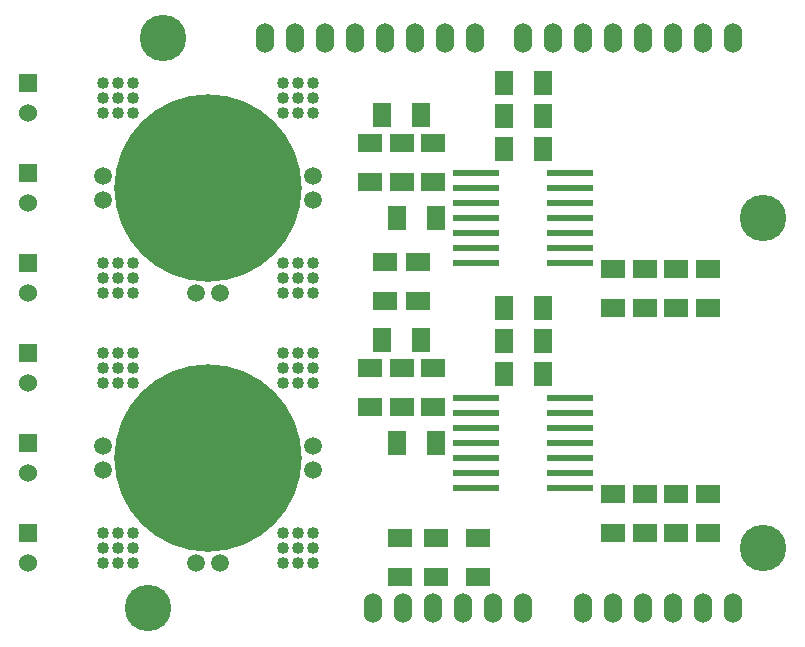
<source format=gts>
G04 (created by PCBNEW (2013-07-07 BZR 4022)-stable) date 11/8/2017 12:14:33 PM*
%MOIN*%
G04 Gerber Fmt 3.4, Leading zero omitted, Abs format*
%FSLAX34Y34*%
G01*
G70*
G90*
G04 APERTURE LIST*
%ADD10C,0.00590551*%
%ADD11C,0.625*%
%ADD12C,0.04*%
%ADD13C,0.0590551*%
%ADD14R,0.15748X0.019685*%
%ADD15R,0.06X0.08*%
%ADD16R,0.08X0.06*%
%ADD17R,0.06X0.06*%
%ADD18C,0.06*%
%ADD19O,0.06X0.1*%
%ADD20C,0.155*%
G04 APERTURE END LIST*
G54D10*
G54D11*
X85000Y-60500D03*
G54D12*
X82000Y-57500D03*
X82000Y-63500D03*
X81500Y-58000D03*
X82500Y-58000D03*
X82500Y-57000D03*
X81500Y-57000D03*
X82000Y-58000D03*
X81500Y-57500D03*
X82000Y-57000D03*
X82500Y-57500D03*
X81500Y-63000D03*
X82000Y-63000D03*
X82500Y-63000D03*
X82500Y-63500D03*
X82500Y-64000D03*
X82000Y-64000D03*
X81500Y-64000D03*
X81500Y-63500D03*
X87500Y-63000D03*
X88000Y-63000D03*
X88500Y-63000D03*
X88500Y-63500D03*
X88000Y-63500D03*
X87500Y-63500D03*
X87500Y-64000D03*
X88000Y-64000D03*
X88500Y-64000D03*
X87500Y-58000D03*
X87500Y-57500D03*
X87500Y-57000D03*
X88000Y-57000D03*
X88000Y-57500D03*
X88000Y-58000D03*
X88500Y-58000D03*
X88500Y-57500D03*
X88500Y-57000D03*
G54D13*
X84605Y-64000D03*
X85395Y-64000D03*
X81500Y-60105D03*
X81500Y-60895D03*
X88500Y-60895D03*
X88500Y-60105D03*
G54D14*
X93925Y-67500D03*
X93925Y-68000D03*
X93925Y-68500D03*
X93925Y-69000D03*
X93925Y-69500D03*
X93925Y-70000D03*
X93925Y-70500D03*
X97074Y-70500D03*
X97074Y-70000D03*
X97074Y-69500D03*
X97074Y-69000D03*
X97074Y-68500D03*
X97074Y-68000D03*
X97074Y-67500D03*
G54D15*
X94850Y-58100D03*
X96150Y-58100D03*
X92600Y-61500D03*
X91300Y-61500D03*
G54D16*
X90400Y-59000D03*
X90400Y-60300D03*
X92500Y-60300D03*
X92500Y-59000D03*
X91450Y-60300D03*
X91450Y-59000D03*
G54D15*
X92100Y-58050D03*
X90800Y-58050D03*
X94850Y-59200D03*
X96150Y-59200D03*
G54D16*
X101650Y-70700D03*
X101650Y-72000D03*
G54D15*
X94850Y-57000D03*
X96150Y-57000D03*
G54D16*
X98500Y-64500D03*
X98500Y-63200D03*
X99550Y-63200D03*
X99550Y-64500D03*
X100600Y-64500D03*
X100600Y-63200D03*
X101650Y-63200D03*
X101650Y-64500D03*
G54D15*
X94850Y-64500D03*
X96150Y-64500D03*
X92600Y-69000D03*
X91300Y-69000D03*
G54D16*
X91400Y-72150D03*
X91400Y-73450D03*
X94000Y-72150D03*
X94000Y-73450D03*
X92600Y-73450D03*
X92600Y-72150D03*
X90400Y-66500D03*
X90400Y-67800D03*
X92500Y-67800D03*
X92500Y-66500D03*
X91450Y-67800D03*
X91450Y-66500D03*
G54D15*
X92100Y-65550D03*
X90800Y-65550D03*
X94850Y-65600D03*
X96150Y-65600D03*
X94850Y-66700D03*
X96150Y-66700D03*
G54D16*
X98500Y-72000D03*
X98500Y-70700D03*
X99550Y-70700D03*
X99550Y-72000D03*
X100600Y-72000D03*
X100600Y-70700D03*
G54D17*
X79000Y-66000D03*
G54D18*
X79000Y-67000D03*
G54D17*
X79000Y-57000D03*
G54D18*
X79000Y-58000D03*
G54D17*
X79000Y-60000D03*
G54D18*
X79000Y-61000D03*
G54D17*
X79000Y-63000D03*
G54D18*
X79000Y-64000D03*
G54D17*
X79000Y-69000D03*
G54D18*
X79000Y-70000D03*
G54D17*
X79000Y-72000D03*
G54D18*
X79000Y-73000D03*
G54D19*
X102500Y-74500D03*
X101500Y-74500D03*
X100500Y-74500D03*
X97500Y-74500D03*
X98500Y-74500D03*
X99500Y-74500D03*
X95500Y-74500D03*
X94500Y-74500D03*
X93500Y-74500D03*
X91500Y-74500D03*
X90500Y-74500D03*
X102500Y-55500D03*
X101500Y-55500D03*
X100500Y-55500D03*
X99500Y-55500D03*
X98500Y-55500D03*
X97500Y-55500D03*
X96500Y-55500D03*
X95500Y-55500D03*
X93900Y-55500D03*
X92900Y-55500D03*
X91900Y-55500D03*
X90900Y-55500D03*
X89900Y-55500D03*
X88900Y-55500D03*
X87900Y-55500D03*
X86900Y-55500D03*
X92500Y-74500D03*
G54D20*
X103500Y-72500D03*
X103500Y-61500D03*
X83500Y-55500D03*
X83000Y-74500D03*
G54D11*
X85000Y-69500D03*
G54D12*
X82000Y-66500D03*
X82000Y-72500D03*
X81500Y-67000D03*
X82500Y-67000D03*
X82500Y-66000D03*
X81500Y-66000D03*
X82000Y-67000D03*
X81500Y-66500D03*
X82000Y-66000D03*
X82500Y-66500D03*
X81500Y-72000D03*
X82000Y-72000D03*
X82500Y-72000D03*
X82500Y-72500D03*
X82500Y-73000D03*
X82000Y-73000D03*
X81500Y-73000D03*
X81500Y-72500D03*
X87500Y-72000D03*
X88000Y-72000D03*
X88500Y-72000D03*
X88500Y-72500D03*
X88000Y-72500D03*
X87500Y-72500D03*
X87500Y-73000D03*
X88000Y-73000D03*
X88500Y-73000D03*
X87500Y-67000D03*
X87500Y-66500D03*
X87500Y-66000D03*
X88000Y-66000D03*
X88000Y-66500D03*
X88000Y-67000D03*
X88500Y-67000D03*
X88500Y-66500D03*
X88500Y-66000D03*
G54D13*
X84605Y-73000D03*
X85395Y-73000D03*
X81500Y-69105D03*
X81500Y-69895D03*
X88500Y-69895D03*
X88500Y-69105D03*
G54D14*
X93925Y-60000D03*
X93925Y-60500D03*
X93925Y-61000D03*
X93925Y-61500D03*
X93925Y-62000D03*
X93925Y-62500D03*
X93925Y-63000D03*
X97074Y-63000D03*
X97074Y-62500D03*
X97074Y-62000D03*
X97074Y-61500D03*
X97074Y-61000D03*
X97074Y-60500D03*
X97074Y-60000D03*
G54D16*
X92000Y-64250D03*
X92000Y-62950D03*
X90900Y-64250D03*
X90900Y-62950D03*
M02*

</source>
